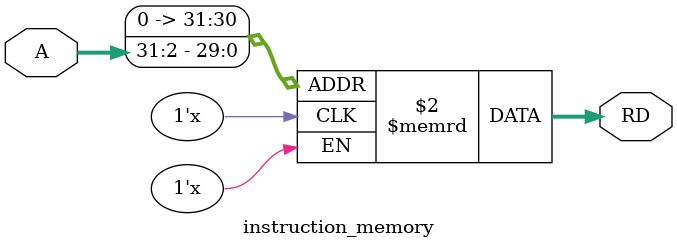
<source format=v>
module instruction_memory(
    input [31:0] A,
    output reg [31:0] RD
);
    reg [31:0] instructions[255:0];

    always @(*) begin
        RD = instructions[A >> 2]; // Converting byte address to word address
    end
endmodule

</source>
